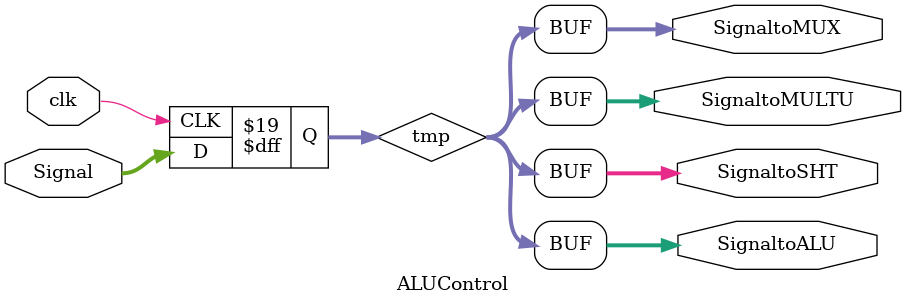
<source format=v>
`timescale 1ns/1ns
module ALUControl( clk, Signal, SignaltoALU, SignaltoSHT, SignaltoMULTU, SignaltoMUX );
input clk ;
input [5:0] Signal;
output [5:0] SignaltoALU;
output [5:0] SignaltoSHT;
output [5:0] SignaltoMULTU;
output [5:0] SignaltoMUX;


reg [5:0] tmp;
reg [6:0] counter; // 數32次，乘法要做32次


parameter AND = 6'b100100;
parameter OR  = 6'b100101;
parameter ADD = 6'b100000;
parameter SUB = 6'b100010;
parameter SLT = 6'b101010;

parameter SRL = 6'b000010;

parameter MULTU= 6'b011001;  // 這個我有改 25
parameter MFHI= 6'b010000;
parameter MFLO= 6'b010010;


always@(Signal)
begin
// 重製計數器
  if (Signal == MULTU)
  begin
    counter = 0;
  end
end

always@(posedge clk)
begin
  tmp = Signal;
  if (Signal == MULTU)
  begin
    counter = counter + 1;
    if (counter == 32)
    begin
    // 做32次就呼叫HiLo把值丟進去
      counter = 0;
    end
  end
end

assign SignaltoALU = tmp;
assign SignaltoSHT = tmp;
assign SignaltoMULTU = tmp;
assign SignaltoMUX = tmp;

endmodule
</source>
